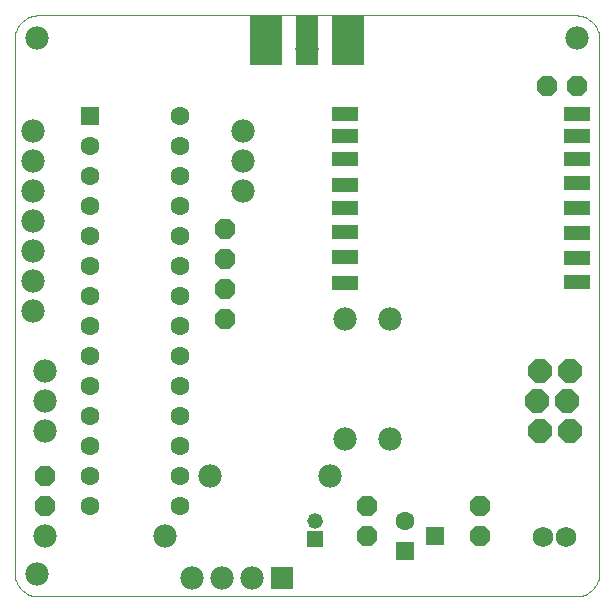
<source format=gts>
G75*
%MOIN*%
%OFA0B0*%
%FSLAX24Y24*%
%IPPOS*%
%LPD*%
%AMOC8*
5,1,8,0,0,1.08239X$1,22.5*
%
%ADD10C,0.0000*%
%ADD11R,0.0900X0.0460*%
%ADD12OC8,0.0780*%
%ADD13C,0.0780*%
%ADD14R,0.0630X0.0630*%
%ADD15C,0.0630*%
%ADD16R,0.0520X0.0520*%
%ADD17C,0.0520*%
%ADD18OC8,0.0670*%
%ADD19R,0.0740X0.1690*%
%ADD20R,0.1090X0.1690*%
%ADD21R,0.0780X0.0780*%
%ADD22C,0.0680*%
D10*
X001467Y001180D02*
X019385Y001180D01*
X019439Y001182D01*
X019492Y001187D01*
X019545Y001196D01*
X019597Y001209D01*
X019649Y001225D01*
X019699Y001245D01*
X019747Y001268D01*
X019794Y001295D01*
X019839Y001324D01*
X019882Y001357D01*
X019922Y001392D01*
X019960Y001430D01*
X019995Y001470D01*
X020028Y001513D01*
X020057Y001558D01*
X020084Y001605D01*
X020107Y001653D01*
X020127Y001703D01*
X020143Y001755D01*
X020156Y001807D01*
X020165Y001860D01*
X020170Y001913D01*
X020172Y001967D01*
X020172Y019763D01*
X020170Y019817D01*
X020165Y019870D01*
X020156Y019923D01*
X020143Y019975D01*
X020127Y020027D01*
X020107Y020077D01*
X020084Y020125D01*
X020057Y020172D01*
X020028Y020217D01*
X019995Y020260D01*
X019960Y020300D01*
X019922Y020338D01*
X019882Y020373D01*
X019839Y020406D01*
X019794Y020435D01*
X019747Y020462D01*
X019699Y020485D01*
X019649Y020505D01*
X019597Y020521D01*
X019545Y020534D01*
X019492Y020543D01*
X019439Y020548D01*
X019385Y020550D01*
X001467Y020550D01*
X001413Y020548D01*
X001360Y020543D01*
X001307Y020534D01*
X001255Y020521D01*
X001203Y020505D01*
X001153Y020485D01*
X001105Y020462D01*
X001058Y020435D01*
X001013Y020406D01*
X000970Y020373D01*
X000930Y020338D01*
X000892Y020300D01*
X000857Y020260D01*
X000824Y020217D01*
X000795Y020172D01*
X000768Y020125D01*
X000745Y020077D01*
X000725Y020027D01*
X000709Y019975D01*
X000696Y019923D01*
X000687Y019870D01*
X000682Y019817D01*
X000680Y019763D01*
X000680Y001967D01*
X000682Y001913D01*
X000687Y001860D01*
X000696Y001807D01*
X000709Y001755D01*
X000725Y001703D01*
X000745Y001653D01*
X000768Y001605D01*
X000795Y001558D01*
X000824Y001513D01*
X000857Y001470D01*
X000892Y001430D01*
X000930Y001392D01*
X000970Y001357D01*
X001013Y001324D01*
X001058Y001295D01*
X001105Y001268D01*
X001153Y001245D01*
X001203Y001225D01*
X001255Y001209D01*
X001307Y001196D01*
X001360Y001187D01*
X001413Y001182D01*
X001467Y001180D01*
X008230Y020555D02*
X012630Y020555D01*
D11*
X011693Y017268D03*
X011693Y016543D03*
X011693Y015755D03*
X011693Y014905D03*
X011693Y014118D03*
X011693Y013331D03*
X011693Y012481D03*
X011693Y011643D03*
X019430Y011668D03*
X019430Y012456D03*
X019430Y013293D03*
X019430Y014118D03*
X019430Y014968D03*
X019430Y015755D03*
X019430Y016543D03*
X019430Y017268D03*
D12*
X019180Y008680D03*
X018180Y008680D03*
X018080Y007680D03*
X018180Y006680D03*
X019180Y006680D03*
X019080Y007680D03*
D13*
X013180Y006430D03*
X011680Y006430D03*
X011180Y005180D03*
X008578Y001807D03*
X007578Y001807D03*
X006578Y001807D03*
X005680Y003180D03*
X007180Y005180D03*
X011680Y010430D03*
X013180Y010430D03*
X008306Y014680D03*
X008306Y015680D03*
X008306Y016680D03*
X010430Y019430D03*
X001430Y019805D03*
X001305Y016681D03*
X001305Y015681D03*
X001305Y014681D03*
X001305Y013681D03*
X001305Y012681D03*
X001305Y011681D03*
X001305Y010681D03*
X001680Y008680D03*
X001680Y007680D03*
X001680Y006680D03*
X001680Y003180D03*
X001430Y001930D03*
X019430Y019805D03*
D14*
X014680Y003180D03*
X013680Y002680D03*
X003180Y017180D03*
D15*
X003180Y016180D03*
X003180Y015180D03*
X003180Y014180D03*
X003180Y013180D03*
X003180Y012180D03*
X003180Y011180D03*
X003180Y010180D03*
X003180Y009180D03*
X003180Y008180D03*
X003180Y007180D03*
X003180Y006180D03*
X003180Y005180D03*
X003180Y004180D03*
X006180Y004180D03*
X006180Y005180D03*
X006180Y006180D03*
X006180Y007180D03*
X006180Y008180D03*
X006180Y009180D03*
X006180Y010180D03*
X006180Y011180D03*
X006180Y012180D03*
X006180Y013180D03*
X006180Y014180D03*
X006180Y015180D03*
X006180Y016180D03*
X006180Y017180D03*
X013680Y003680D03*
D16*
X010680Y003090D03*
D17*
X010680Y003680D03*
D18*
X012430Y003180D03*
X012430Y004180D03*
X016180Y004180D03*
X016180Y003180D03*
X007680Y010430D03*
X007680Y011430D03*
X007680Y012430D03*
X007680Y013430D03*
X001680Y005180D03*
X001680Y004180D03*
X018430Y018180D03*
X019430Y018180D03*
D19*
X010430Y019722D03*
D20*
X009054Y019722D03*
X011806Y019722D03*
D21*
X009578Y001807D03*
D22*
X018286Y003147D03*
X019074Y003147D03*
M02*

</source>
